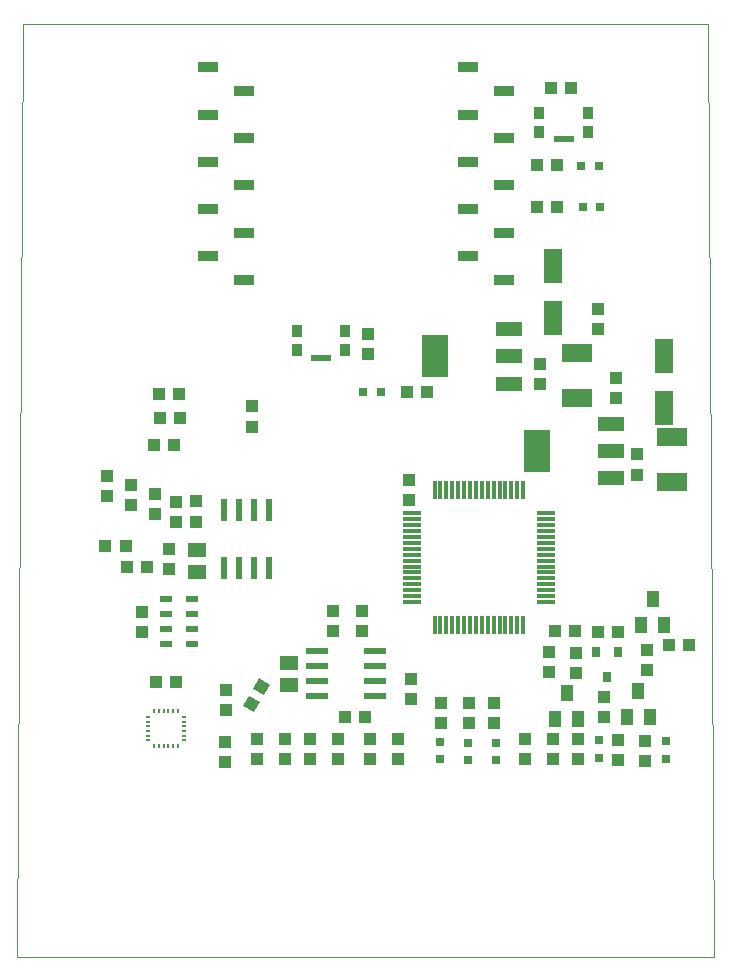
<source format=gtp>
G75*
%MOIN*%
%OFA0B0*%
%FSLAX25Y25*%
%IPPOS*%
%LPD*%
%AMOC8*
5,1,8,0,0,1.08239X$1,22.5*
%
%ADD10C,0.00000*%
%ADD11R,0.03937X0.04331*%
%ADD12R,0.04331X0.03937*%
%ADD13R,0.06299X0.11811*%
%ADD14R,0.08800X0.04800*%
%ADD15R,0.08661X0.14173*%
%ADD16R,0.03150X0.03150*%
%ADD17R,0.03543X0.03937*%
%ADD18R,0.06693X0.02165*%
%ADD19R,0.06693X0.03346*%
%ADD20R,0.04331X0.02362*%
%ADD21R,0.02200X0.07800*%
%ADD22R,0.07800X0.02200*%
%ADD23R,0.05906X0.01181*%
%ADD24R,0.01181X0.05906*%
%ADD25R,0.00981X0.01784*%
%ADD26R,0.00979X0.01782*%
%ADD27R,0.00984X0.01785*%
%ADD28R,0.00987X0.01784*%
%ADD29R,0.00990X0.01786*%
%ADD30R,0.00995X0.01788*%
%ADD31R,0.01782X0.00998*%
%ADD32R,0.01778X0.00997*%
%ADD33R,0.01775X0.00996*%
%ADD34R,0.01772X0.01001*%
%ADD35R,0.01767X0.01004*%
%ADD36R,0.01769X0.00990*%
%ADD37R,0.00992X0.01763*%
%ADD38R,0.00991X0.01761*%
%ADD39R,0.00984X0.01759*%
%ADD40R,0.00986X0.01765*%
%ADD41R,0.00980X0.01760*%
%ADD42R,0.00972X0.01754*%
%ADD43R,0.01763X0.00968*%
%ADD44R,0.01769X0.00974*%
%ADD45R,0.01772X0.00968*%
%ADD46R,0.01776X0.00971*%
%ADD47R,0.01783X0.00965*%
%ADD48R,0.01784X0.00970*%
%ADD49R,0.05906X0.05118*%
%ADD50R,0.10000X0.06000*%
%ADD51R,0.03937X0.05512*%
%ADD52R,0.03150X0.03543*%
%ADD53R,0.04134X0.04252*%
%ADD54R,0.04252X0.04134*%
D10*
X0005969Y0001000D02*
X0007937Y0312024D01*
X0236283Y0312024D01*
X0238252Y0001000D01*
X0005969Y0001000D01*
D11*
X0075232Y0065870D03*
X0075232Y0072563D03*
X0075598Y0083224D03*
X0075598Y0089917D03*
G36*
X0081232Y0084581D02*
X0083200Y0087988D01*
X0086948Y0085823D01*
X0084980Y0082416D01*
X0081232Y0084581D01*
G37*
G36*
X0084578Y0090377D02*
X0086546Y0093784D01*
X0090294Y0091619D01*
X0088326Y0088212D01*
X0084578Y0090377D01*
G37*
X0103374Y0073657D03*
X0103374Y0066965D03*
X0132874Y0066965D03*
X0132874Y0073657D03*
X0137000Y0086965D03*
X0137000Y0093657D03*
X0111252Y0109465D03*
X0111252Y0116157D03*
X0136622Y0153217D03*
X0136622Y0159909D03*
X0135913Y0189311D03*
X0142606Y0189311D03*
X0122870Y0201902D03*
X0122870Y0208594D03*
X0180000Y0198472D03*
X0180000Y0191780D03*
X0199500Y0210280D03*
X0199500Y0216972D03*
X0205500Y0193909D03*
X0205500Y0187217D03*
X0212500Y0168409D03*
X0212500Y0161717D03*
X0206311Y0109138D03*
X0199618Y0109138D03*
X0191752Y0109626D03*
X0185059Y0109626D03*
X0223165Y0105039D03*
X0229858Y0105039D03*
X0185693Y0250882D03*
X0179000Y0250882D03*
X0179000Y0264819D03*
X0185693Y0264819D03*
X0058031Y0171561D03*
X0051339Y0171561D03*
X0056539Y0136807D03*
X0056539Y0130114D03*
X0049031Y0130811D03*
X0042339Y0130811D03*
X0047555Y0116000D03*
X0047555Y0109307D03*
D12*
X0052248Y0092650D03*
X0058941Y0092650D03*
X0085685Y0073657D03*
X0085685Y0066965D03*
X0095185Y0066965D03*
X0095185Y0073657D03*
X0112874Y0073657D03*
X0112874Y0066965D03*
X0123374Y0066965D03*
X0123374Y0073657D03*
X0121720Y0080811D03*
X0115028Y0080811D03*
X0120937Y0109465D03*
X0120937Y0116157D03*
X0147169Y0085524D03*
X0147169Y0078831D03*
X0156571Y0078949D03*
X0156571Y0085642D03*
X0164756Y0085457D03*
X0164756Y0078764D03*
X0175228Y0073587D03*
X0175228Y0066894D03*
X0184602Y0067020D03*
X0184602Y0073713D03*
X0192913Y0073713D03*
X0192913Y0067020D03*
X0201508Y0080827D03*
X0201508Y0087520D03*
X0192268Y0095665D03*
X0192268Y0102358D03*
X0183185Y0102657D03*
X0183185Y0095965D03*
X0206252Y0073260D03*
X0206252Y0066567D03*
X0215217Y0066346D03*
X0215217Y0073039D03*
X0215665Y0096665D03*
X0215665Y0103358D03*
X0084075Y0177720D03*
X0084075Y0184413D03*
X0060067Y0180508D03*
X0053374Y0180508D03*
X0053248Y0188441D03*
X0059941Y0188441D03*
X0043685Y0158157D03*
X0043685Y0151465D03*
X0035685Y0154465D03*
X0035685Y0161157D03*
X0051685Y0155157D03*
X0051685Y0148465D03*
X0058935Y0145965D03*
X0058935Y0152657D03*
X0183669Y0290598D03*
X0190362Y0290598D03*
D13*
X0184500Y0231287D03*
X0184500Y0213965D03*
X0221500Y0201224D03*
X0221500Y0183902D03*
D14*
X0203700Y0178663D03*
X0203700Y0169563D03*
X0203700Y0160463D03*
X0169700Y0192026D03*
X0169700Y0201126D03*
X0169700Y0210226D03*
D15*
X0145299Y0201126D03*
X0179299Y0169563D03*
D16*
X0127213Y0189311D03*
X0121307Y0189311D03*
X0194394Y0250882D03*
X0200299Y0250882D03*
X0199850Y0264642D03*
X0193945Y0264642D03*
X0199685Y0073264D03*
X0199685Y0067358D03*
X0222185Y0066858D03*
X0222185Y0072764D03*
X0165327Y0072335D03*
X0165327Y0066429D03*
X0156138Y0066429D03*
X0156138Y0072335D03*
X0146953Y0072650D03*
X0146953Y0066744D03*
D17*
X0115315Y0203165D03*
X0115315Y0209465D03*
X0099173Y0209465D03*
X0099173Y0203165D03*
X0179945Y0275949D03*
X0179945Y0282248D03*
X0196087Y0282248D03*
X0196087Y0275949D03*
D18*
X0188016Y0273488D03*
X0107244Y0200705D03*
D19*
X0081406Y0226563D03*
X0069594Y0234437D03*
X0081406Y0242311D03*
X0069594Y0250185D03*
X0081406Y0258059D03*
X0069594Y0265933D03*
X0081406Y0273807D03*
X0069594Y0281681D03*
X0081406Y0289555D03*
X0069594Y0297429D03*
X0156209Y0297429D03*
X0168020Y0289555D03*
X0156209Y0281681D03*
X0168020Y0273807D03*
X0156209Y0265933D03*
X0156209Y0250185D03*
X0168020Y0242311D03*
X0156209Y0234437D03*
X0168020Y0226563D03*
X0168020Y0258059D03*
D20*
X0064205Y0120075D03*
X0064205Y0115154D03*
X0064205Y0110232D03*
X0064205Y0105311D03*
X0055543Y0105311D03*
X0055543Y0110232D03*
X0055543Y0115154D03*
X0055543Y0120075D03*
D21*
X0074756Y0130497D03*
X0079756Y0130497D03*
X0084756Y0130497D03*
X0089756Y0130497D03*
X0089756Y0149897D03*
X0084756Y0149897D03*
X0079756Y0149897D03*
X0074756Y0149897D03*
D22*
X0105800Y0102811D03*
X0105800Y0097811D03*
X0105800Y0092811D03*
X0105800Y0087811D03*
X0125200Y0087811D03*
X0125200Y0092811D03*
X0125200Y0097811D03*
X0125200Y0102811D03*
D23*
X0137335Y0119232D03*
X0137335Y0121201D03*
X0137335Y0123169D03*
X0137335Y0125138D03*
X0137335Y0127106D03*
X0137335Y0129075D03*
X0137335Y0131043D03*
X0137335Y0133012D03*
X0137335Y0134980D03*
X0137335Y0136949D03*
X0137335Y0138917D03*
X0137335Y0140886D03*
X0137335Y0142854D03*
X0137335Y0144823D03*
X0137335Y0146791D03*
X0137335Y0148760D03*
X0182217Y0148760D03*
X0182217Y0146791D03*
X0182217Y0144823D03*
X0182217Y0142854D03*
X0182217Y0140886D03*
X0182217Y0138917D03*
X0182217Y0136949D03*
X0182217Y0134980D03*
X0182217Y0133012D03*
X0182217Y0131043D03*
X0182217Y0129075D03*
X0182217Y0127106D03*
X0182217Y0125138D03*
X0182217Y0123169D03*
X0182217Y0121201D03*
X0182217Y0119232D03*
D24*
X0174539Y0111555D03*
X0172571Y0111555D03*
X0170602Y0111555D03*
X0168634Y0111555D03*
X0166665Y0111555D03*
X0164697Y0111555D03*
X0162728Y0111555D03*
X0160760Y0111555D03*
X0158791Y0111555D03*
X0156823Y0111555D03*
X0154854Y0111555D03*
X0152886Y0111555D03*
X0150917Y0111555D03*
X0148949Y0111555D03*
X0146980Y0111555D03*
X0145012Y0111555D03*
X0145012Y0156437D03*
X0146980Y0156437D03*
X0148949Y0156437D03*
X0150917Y0156437D03*
X0152886Y0156437D03*
X0154854Y0156437D03*
X0156823Y0156437D03*
X0158791Y0156437D03*
X0160760Y0156437D03*
X0162728Y0156437D03*
X0164697Y0156437D03*
X0166665Y0156437D03*
X0168634Y0156437D03*
X0170602Y0156437D03*
X0172571Y0156437D03*
X0174539Y0156437D03*
D25*
X0053172Y0071096D03*
D26*
X0051596Y0071097D03*
D27*
X0054748Y0071096D03*
D28*
X0056324Y0071096D03*
D29*
X0057901Y0071095D03*
D30*
X0059478Y0071094D03*
D31*
X0061448Y0073066D03*
D32*
X0061447Y0074643D03*
D33*
X0061447Y0076219D03*
D34*
X0061449Y0077795D03*
D35*
X0061451Y0079372D03*
D36*
X0061444Y0080946D03*
D37*
X0059476Y0082918D03*
D38*
X0057901Y0082919D03*
D39*
X0054748Y0082920D03*
D40*
X0056324Y0082917D03*
D41*
X0053171Y0082919D03*
D42*
X0051593Y0082922D03*
D43*
X0049622Y0080949D03*
D44*
X0049625Y0079371D03*
D45*
X0049622Y0077795D03*
D46*
X0049623Y0076218D03*
D47*
X0049620Y0074640D03*
D48*
X0049623Y0073065D03*
D49*
X0065685Y0129071D03*
X0065685Y0136551D03*
X0096500Y0099051D03*
X0096500Y0091571D03*
D50*
X0192500Y0187063D03*
X0192500Y0202063D03*
X0224000Y0174063D03*
X0224000Y0159063D03*
D51*
X0217685Y0120142D03*
X0213945Y0111480D03*
X0221425Y0111480D03*
X0212969Y0089484D03*
X0216709Y0080823D03*
X0209228Y0080823D03*
X0192780Y0080346D03*
X0189039Y0089008D03*
X0185299Y0080346D03*
D52*
X0202539Y0094157D03*
X0198799Y0102425D03*
X0206280Y0102425D03*
D53*
X0042130Y0137811D03*
X0035240Y0137811D03*
D54*
X0065435Y0145866D03*
X0065435Y0152756D03*
M02*

</source>
